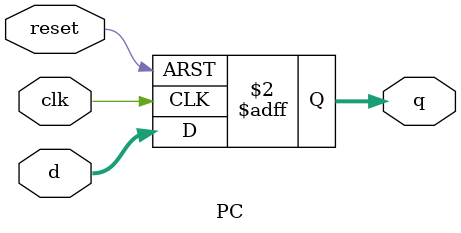
<source format=v>
module PC #(parameter WIDTH=32)(
    input clk,reset,
    input [WIDTH-1:0] d,
    output reg[WIDTH-1:0] q
    );
    always @(posedge clk,posedge reset)
    if(reset)q<=0;
    else q<=d;
endmodule
</source>
